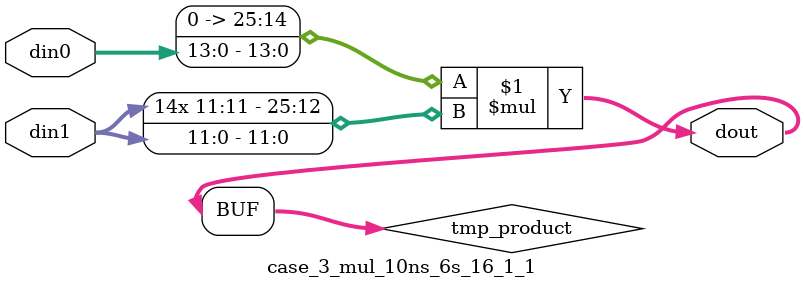
<source format=v>

`timescale 1 ns / 1 ps

 (* use_dsp = "no" *)  module case_3_mul_10ns_6s_16_1_1(din0, din1, dout);
parameter ID = 1;
parameter NUM_STAGE = 0;
parameter din0_WIDTH = 14;
parameter din1_WIDTH = 12;
parameter dout_WIDTH = 26;

input [din0_WIDTH - 1 : 0] din0; 
input [din1_WIDTH - 1 : 0] din1; 
output [dout_WIDTH - 1 : 0] dout;

wire signed [dout_WIDTH - 1 : 0] tmp_product;

























assign tmp_product = $signed({1'b0, din0}) * $signed(din1);










assign dout = tmp_product;





















endmodule

</source>
